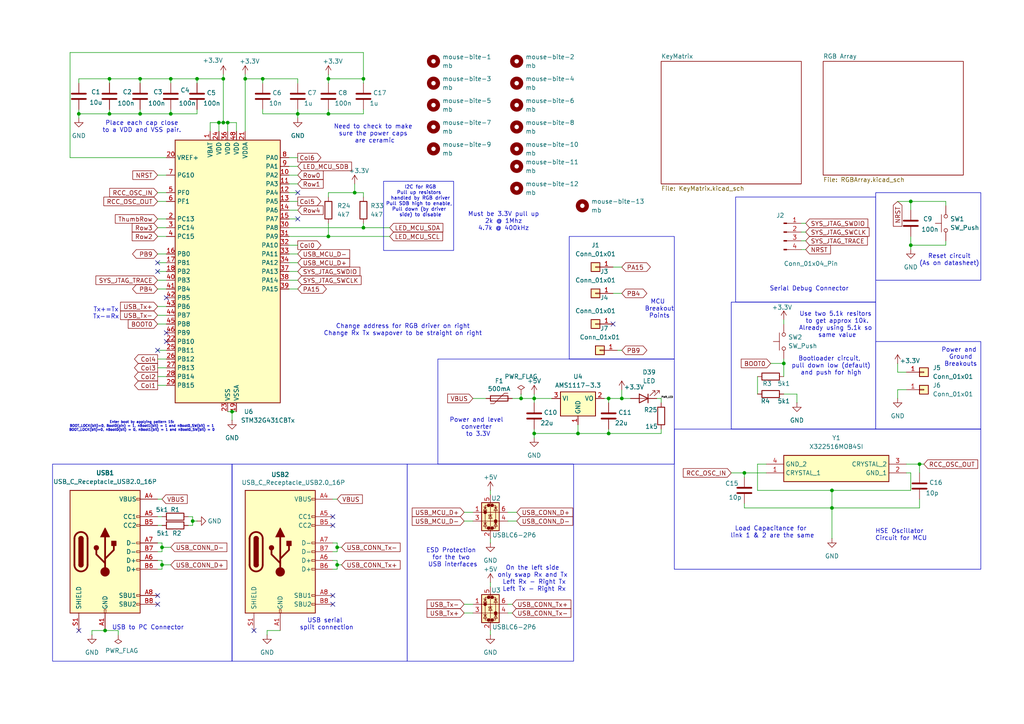
<source format=kicad_sch>
(kicad_sch (version 20250114) (generator "eeschema") (generator_version "9.0")
  (paper "A4")
  (title_block (title "TheFalcon[Left["))
  (rectangle (start 195.58 124.46) (end 284.48 165.1))
  (rectangle (start 213.36 57.15) (end 254 87.63))
  (rectangle (start 165.1 68.58) (end 195.58 104.14))
  (rectangle (start 127 104.14) (end 195.58 134.62))
  (rectangle (start 15.24 134.62) (end 67.31 191.77))
  (rectangle (start 254 99.06) (end 284.48 124.46))
  (rectangle (start 111.252 52.578) (end 131.572 72.644))
  (rectangle (start 67.31 134.62) (end 118.11 191.77))
  (rectangle (start 118.11 134.62) (end 166.37 191.77))
  (rectangle (start 212.09 87.63) (end 254 124.46))
  (rectangle (start 254 55.88) (end 284.48 81.28))
  (text "HSE Oscillator \nCircuit for MCU" (at 261.366 155.194 0) (effects (font (size 1.27 1.27))))
  (text "USB to PC Connector\n" (at 42.926 182.118 0) (effects (font (size 1.27 1.27))))
  (text "Use two 5.1k resitors \nto get approx 10k.\nAlready using 5.1k so \nsame value\n" (at 242.824 94.234 0) (effects (font (size 1.27 1.27))))
  (text "Reset circuit\n(As on datasheet)\n" (at 275.336 75.438 0) (effects (font (size 1.27 1.27))))
  (text "MCU \nBreakout\nPoints" (at 191.262 89.662 0) (effects (font (size 1.27 1.27))))
  (text "Power and level \nconverter \nto 3.3V" (at 138.684 123.952 0) (effects (font (size 1.27 1.27))))
  (text "ESD Protection \nfor the two \nUSB interfaces" (at 131.318 161.798 0) (effects (font (size 1.27 1.27))))
  (text "USB serial \nsplit connection" (at 94.742 181.102 0) (effects (font (size 1.27 1.27))))
  (text "Power and \nGround\nBreakouts\n" (at 278.638 103.632 0) (effects (font (size 1.27 1.27))))
  (text "Must be 3.3V pull up\n2k @ 1Mhz\n4.7k @ 400kHz\n" (at 146.05 64.262 0) (effects (font (size 1.27 1.27))))
  (text "Change address for RGB driver on right\nChange Rx Tx swapover to be straight on right" (at 116.84 95.758 0) (effects (font (size 1.27 1.27))))
  (text "On the left side \nonly swap Rx and Tx \nLeft Rx - Right Tx\nLeft Tx - Right Rx" (at 154.94 167.894 0) (effects (font (size 1.27 1.27))))
  (text "Enter boot by applying pattern 15:\nBOOT_LOCK(bit)=0, Boot0(pin) = 1, nBoot1(bit) = 1 and nBoot0_SW(bit) = 1\nBOOT_LOCK(bit)=0, nBoot0(bit) = 0, nBoot1(bit) = 1 and nBoot0_SW(bit) = 0" (at 41.148 123.698 0) (effects (font (size 0.7 0.7))))
  (text "Bootloader circuit, \npull down low (default)\nand push for high" (at 241.046 106.172 0) (effects (font (size 1.27 1.27))))
  (text "I2C for RGB\nPull up resistors \nhandled by RGB driver\nPull SDB high to enable, \nPull down (by driver \nside) to disable" (at 121.92 58.42 0) (effects (font (size 1 1))))
  (text "Need to check to make \nsure the power caps \nare ceramic" (at 108.712 38.862 0) (effects (font (size 1.27 1.27))))
  (text "Load Capacitance for \nlink 1 & 2 are the same" (at 224.028 154.432 0) (effects (font (size 1.27 1.27))))
  (text "Serial Debug Connector\n" (at 234.696 83.82 0) (effects (font (size 1.27 1.27))))
  (text "Place each cap close\nto a VDD and VSS pair." (at 41.148 36.83 0) (effects (font (size 1.27 1.27))))
  (text "Tx+=Tx\nTx-=Rx" (at 30.734 90.932 0) (effects (font (size 1.27 1.27))))
  (junction (at 154.94 125.73))
  (junction (at 215.9 137.16))
  (junction (at 167.64 125.73))
  (junction (at 55.88 151.13))
  (junction (at 63.5 35.56))
  (junction (at 102.87 55.88))
  (junction (at 86.36 33.02))
  (junction (at 40.64 33.02))
  (junction (at 46.99 163.83))
  (junction (at 266.7 134.62))
  (junction (at 76.2 22.86))
  (junction (at 176.53 115.57))
  (junction (at 227.33 105.41))
  (junction (at 105.41 66.04))
  (junction (at 95.25 68.58))
  (junction (at 31.75 33.02))
  (junction (at 22.86 33.02))
  (junction (at 241.3 147.32))
  (junction (at 95.25 33.02))
  (junction (at 49.53 22.86))
  (junction (at 176.53 125.73))
  (junction (at 46.99 158.75))
  (junction (at 67.31 119.38))
  (junction (at 95.25 22.86))
  (junction (at 264.16 71.12))
  (junction (at 97.79 163.83))
  (junction (at 180.34 115.57))
  (junction (at 40.64 22.86))
  (junction (at 264.16 58.42))
  (junction (at 31.75 22.86))
  (junction (at 57.15 22.86))
  (junction (at 64.77 22.86))
  (junction (at 66.04 35.56))
  (junction (at 151.13 115.57))
  (junction (at 97.79 158.75))
  (junction (at 64.77 35.56))
  (junction (at 30.48 182.88))
  (junction (at 154.94 115.57))
  (junction (at 49.53 33.02))
  (junction (at 241.3 142.24))
  (junction (at 105.41 22.86))
  (junction (at 71.12 22.86))
  (no_connect (at 48.26 96.52))
  (no_connect (at 48.26 99.06))
  (no_connect (at 45.72 172.72))
  (no_connect (at 73.66 182.88))
  (no_connect (at 96.52 152.4))
  (no_connect (at 45.72 76.2))
  (no_connect (at 22.86 182.88))
  (no_connect (at 48.26 86.36))
  (no_connect (at 45.72 175.26))
  (no_connect (at 45.72 101.6))
  (no_connect (at 96.52 175.26))
  (no_connect (at 96.52 149.86))
  (no_connect (at 86.36 55.88))
  (no_connect (at 96.52 172.72))
  (no_connect (at 177.8 93.98))
  (no_connect (at 86.36 63.5))
  (no_connect (at 45.72 78.74))
  (wire (pts (xy 274.32 69.85) (xy 274.32 71.12)))
  (wire (pts (xy 97.79 157.48) (xy 97.79 158.75)))
  (wire (pts (xy 45.72 91.44) (xy 48.26 91.44)))
  (wire (pts (xy 176.53 115.57) (xy 180.34 115.57)))
  (wire (pts (xy 64.77 22.86) (xy 64.77 35.56)))
  (wire (pts (xy 49.53 33.02) (xy 40.64 33.02)))
  (wire (pts (xy 46.99 162.56) (xy 46.99 163.83)))
  (wire (pts (xy 154.94 124.46) (xy 154.94 125.73)))
  (wire (pts (xy 266.7 134.62) (xy 267.97 134.62)))
  (wire (pts (xy 102.87 55.88) (xy 105.41 55.88)))
  (wire (pts (xy 134.62 175.26) (xy 137.16 175.26)))
  (wire (pts (xy 45.72 152.4) (xy 46.99 152.4)))
  (wire (pts (xy 96.52 144.78) (xy 97.79 144.78)))
  (wire (pts (xy 151.13 114.3) (xy 151.13 115.57)))
  (wire (pts (xy 260.35 107.95) (xy 260.35 105.41)))
  (wire (pts (xy 86.36 50.8) (xy 83.82 50.8)))
  (wire (pts (xy 40.64 31.75) (xy 40.64 33.02)))
  (wire (pts (xy 86.36 31.75) (xy 86.36 33.02)))
  (wire (pts (xy 231.14 114.3) (xy 231.14 116.84)))
  (wire (pts (xy 149.86 148.59) (xy 147.32 148.59)))
  (wire (pts (xy 148.59 177.8) (xy 147.32 177.8)))
  (wire (pts (xy 45.72 58.42) (xy 48.26 58.42)))
  (wire (pts (xy 46.99 157.48) (xy 46.99 158.75)))
  (wire (pts (xy 191.77 125.73) (xy 176.53 125.73)))
  (wire (pts (xy 266.7 134.62) (xy 266.7 137.16)))
  (wire (pts (xy 95.25 21.59) (xy 95.25 22.86)))
  (wire (pts (xy 76.2 22.86) (xy 76.2 24.13)))
  (wire (pts (xy 45.72 55.88) (xy 48.26 55.88)))
  (wire (pts (xy 83.82 68.58) (xy 95.25 68.58)))
  (wire (pts (xy 86.36 76.2) (xy 83.82 76.2)))
  (wire (pts (xy 67.31 119.38) (xy 67.31 121.92)))
  (wire (pts (xy 86.36 48.26) (xy 83.82 48.26)))
  (wire (pts (xy 45.72 111.76) (xy 48.26 111.76)))
  (wire (pts (xy 57.15 31.75) (xy 57.15 33.02)))
  (wire (pts (xy 66.04 35.56) (xy 64.77 35.56)))
  (wire (pts (xy 102.87 53.34) (xy 102.87 55.88)))
  (wire (pts (xy 26.67 182.88) (xy 30.48 182.88)))
  (wire (pts (xy 86.36 53.34) (xy 83.82 53.34)))
  (wire (pts (xy 64.77 35.56) (xy 63.5 35.56)))
  (wire (pts (xy 86.36 45.72) (xy 83.82 45.72)))
  (wire (pts (xy 60.96 35.56) (xy 60.96 38.1)))
  (wire (pts (xy 97.79 163.83) (xy 97.79 165.1)))
  (wire (pts (xy 142.24 142.24) (xy 142.24 143.51)))
  (wire (pts (xy 264.16 71.12) (xy 274.32 71.12)))
  (wire (pts (xy 86.36 33.02) (xy 95.25 33.02)))
  (wire (pts (xy 45.72 78.74) (xy 48.26 78.74)))
  (wire (pts (xy 45.72 104.14) (xy 48.26 104.14)))
  (wire (pts (xy 142.24 168.91) (xy 142.24 170.18)))
  (wire (pts (xy 20.32 45.72) (xy 20.32 15.24)))
  (wire (pts (xy 190.5 115.57) (xy 191.77 115.57)))
  (wire (pts (xy 34.29 184.15) (xy 34.29 182.88)))
  (wire (pts (xy 167.64 125.73) (xy 176.53 125.73)))
  (wire (pts (xy 45.72 93.98) (xy 48.26 93.98)))
  (wire (pts (xy 66.04 119.38) (xy 67.31 119.38)))
  (wire (pts (xy 219.71 134.62) (xy 219.71 142.24)))
  (wire (pts (xy 45.72 106.68) (xy 48.26 106.68)))
  (wire (pts (xy 45.72 81.28) (xy 48.26 81.28)))
  (wire (pts (xy 86.36 58.42) (xy 83.82 58.42)))
  (wire (pts (xy 96.52 157.48) (xy 97.79 157.48)))
  (wire (pts (xy 233.68 64.77) (xy 232.41 64.77)))
  (wire (pts (xy 31.75 22.86) (xy 40.64 22.86)))
  (wire (pts (xy 266.7 147.32) (xy 241.3 147.32)))
  (wire (pts (xy 95.25 55.88) (xy 102.87 55.88)))
  (wire (pts (xy 20.32 45.72) (xy 48.26 45.72)))
  (wire (pts (xy 31.75 31.75) (xy 31.75 33.02)))
  (wire (pts (xy 274.32 58.42) (xy 274.32 59.69)))
  (wire (pts (xy 96.52 165.1) (xy 97.79 165.1)))
  (wire (pts (xy 71.12 22.86) (xy 71.12 38.1)))
  (wire (pts (xy 54.61 152.4) (xy 55.88 152.4)))
  (wire (pts (xy 77.47 182.88) (xy 77.47 184.15)))
  (wire (pts (xy 46.99 144.78) (xy 45.72 144.78)))
  (wire (pts (xy 148.59 175.26) (xy 147.32 175.26)))
  (wire (pts (xy 45.72 101.6) (xy 48.26 101.6)))
  (wire (pts (xy 180.34 113.03) (xy 180.34 115.57)))
  (wire (pts (xy 177.8 77.47) (xy 180.34 77.47)))
  (wire (pts (xy 46.99 163.83) (xy 49.53 163.83)))
  (wire (pts (xy 264.16 58.42) (xy 274.32 58.42)))
  (wire (pts (xy 55.88 151.13) (xy 57.15 151.13)))
  (wire (pts (xy 227.33 114.3) (xy 231.14 114.3)))
  (wire (pts (xy 227.33 92.71) (xy 227.33 93.98)))
  (wire (pts (xy 105.41 64.77) (xy 105.41 66.04)))
  (wire (pts (xy 134.62 148.59) (xy 137.16 148.59)))
  (wire (pts (xy 219.71 109.22) (xy 219.71 114.3)))
  (wire (pts (xy 45.72 63.5) (xy 48.26 63.5)))
  (wire (pts (xy 22.86 22.86) (xy 22.86 24.13)))
  (wire (pts (xy 45.72 66.04) (xy 48.26 66.04)))
  (wire (pts (xy 76.2 31.75) (xy 76.2 33.02)))
  (wire (pts (xy 55.88 149.86) (xy 55.88 151.13)))
  (wire (pts (xy 179.07 101.6) (xy 180.34 101.6)))
  (wire (pts (xy 55.88 152.4) (xy 55.88 151.13)))
  (wire (pts (xy 45.72 50.8) (xy 48.26 50.8)))
  (wire (pts (xy 22.86 31.75) (xy 22.86 33.02)))
  (wire (pts (xy 151.13 115.57) (xy 154.94 115.57)))
  (wire (pts (xy 45.72 83.82) (xy 48.26 83.82)))
  (wire (pts (xy 40.64 22.86) (xy 49.53 22.86)))
  (wire (pts (xy 154.94 115.57) (xy 154.94 116.84)))
  (wire (pts (xy 227.33 105.41) (xy 227.33 109.22)))
  (wire (pts (xy 86.36 33.02) (xy 86.36 34.29)))
  (wire (pts (xy 222.25 134.62) (xy 219.71 134.62)))
  (wire (pts (xy 177.8 85.09) (xy 180.34 85.09)))
  (wire (pts (xy 105.41 15.24) (xy 105.41 22.86)))
  (wire (pts (xy 76.2 22.86) (xy 86.36 22.86)))
  (wire (pts (xy 215.9 137.16) (xy 215.9 138.43)))
  (wire (pts (xy 105.41 55.88) (xy 105.41 57.15)))
  (wire (pts (xy 260.35 58.42) (xy 264.16 58.42)))
  (wire (pts (xy 95.25 22.86) (xy 105.41 22.86)))
  (wire (pts (xy 137.16 115.57) (xy 140.97 115.57)))
  (wire (pts (xy 260.35 113.03) (xy 260.35 115.57)))
  (wire (pts (xy 96.52 162.56) (xy 97.79 162.56)))
  (wire (pts (xy 180.34 115.57) (xy 182.88 115.57)))
  (wire (pts (xy 191.77 124.46) (xy 191.77 125.73)))
  (wire (pts (xy 77.47 182.88) (xy 81.28 182.88)))
  (wire (pts (xy 262.89 137.16) (xy 264.16 137.16)))
  (wire (pts (xy 97.79 162.56) (xy 97.79 163.83)))
  (wire (pts (xy 22.86 33.02) (xy 22.86 34.29)))
  (wire (pts (xy 71.12 21.59) (xy 71.12 22.86)))
  (wire (pts (xy 95.25 57.15) (xy 95.25 55.88)))
  (wire (pts (xy 154.94 114.3) (xy 154.94 115.57)))
  (wire (pts (xy 45.72 109.22) (xy 48.26 109.22)))
  (wire (pts (xy 49.53 31.75) (xy 49.53 33.02)))
  (wire (pts (xy 83.82 66.04) (xy 105.41 66.04)))
  (wire (pts (xy 46.99 163.83) (xy 46.99 165.1)))
  (wire (pts (xy 175.26 115.57) (xy 176.53 115.57)))
  (wire (pts (xy 142.24 156.21) (xy 142.24 157.48)))
  (wire (pts (xy 97.79 160.02) (xy 96.52 160.02)))
  (wire (pts (xy 71.12 22.86) (xy 76.2 22.86)))
  (wire (pts (xy 154.94 125.73) (xy 167.64 125.73)))
  (wire (pts (xy 154.94 125.73) (xy 154.94 127)))
  (wire (pts (xy 95.25 64.77) (xy 95.25 68.58)))
  (wire (pts (xy 49.53 22.86) (xy 49.53 24.13)))
  (wire (pts (xy 176.53 115.57) (xy 176.53 116.84)))
  (wire (pts (xy 20.32 15.24) (xy 105.41 15.24)))
  (wire (pts (xy 105.41 22.86) (xy 105.41 24.13)))
  (wire (pts (xy 262.89 134.62) (xy 266.7 134.62)))
  (wire (pts (xy 105.41 33.02) (xy 105.41 31.75)))
  (wire (pts (xy 67.31 119.38) (xy 68.58 119.38)))
  (wire (pts (xy 86.36 22.86) (xy 86.36 24.13)))
  (wire (pts (xy 227.33 104.14) (xy 227.33 105.41)))
  (wire (pts (xy 233.68 67.31) (xy 232.41 67.31)))
  (wire (pts (xy 86.36 83.82) (xy 83.82 83.82)))
  (wire (pts (xy 97.79 158.75) (xy 97.79 160.02)))
  (wire (pts (xy 86.36 71.12) (xy 83.82 71.12)))
  (wire (pts (xy 222.25 137.16) (xy 215.9 137.16)))
  (wire (pts (xy 241.3 147.32) (xy 241.3 156.21)))
  (wire (pts (xy 57.15 22.86) (xy 57.15 24.13)))
  (wire (pts (xy 95.25 33.02) (xy 105.41 33.02)))
  (wire (pts (xy 167.64 125.73) (xy 167.64 123.19)))
  (wire (pts (xy 95.25 22.86) (xy 95.25 24.13)))
  (wire (pts (xy 45.72 68.58) (xy 48.26 68.58)))
  (wire (pts (xy 219.71 142.24) (xy 241.3 142.24)))
  (wire (pts (xy 46.99 158.75) (xy 49.53 158.75)))
  (wire (pts (xy 154.94 115.57) (xy 160.02 115.57)))
  (wire (pts (xy 34.29 182.88) (xy 30.48 182.88)))
  (wire (pts (xy 215.9 147.32) (xy 241.3 147.32)))
  (wire (pts (xy 45.72 165.1) (xy 46.99 165.1)))
  (wire (pts (xy 215.9 146.05) (xy 215.9 147.32)))
  (wire (pts (xy 233.68 69.85) (xy 232.41 69.85)))
  (wire (pts (xy 97.79 158.75) (xy 99.06 158.75)))
  (wire (pts (xy 134.62 151.13) (xy 137.16 151.13)))
  (wire (pts (xy 86.36 60.96) (xy 83.82 60.96)))
  (wire (pts (xy 64.77 21.59) (xy 64.77 22.86)))
  (wire (pts (xy 31.75 22.86) (xy 31.75 24.13)))
  (wire (pts (xy 68.58 35.56) (xy 66.04 35.56)))
  (wire (pts (xy 45.72 88.9) (xy 48.26 88.9)))
  (wire (pts (xy 26.67 182.88) (xy 26.67 184.15)))
  (wire (pts (xy 45.72 157.48) (xy 46.99 157.48)))
  (wire (pts (xy 68.58 38.1) (xy 68.58 35.56)))
  (wire (pts (xy 40.64 22.86) (xy 40.64 24.13)))
  (wire (pts (xy 57.15 22.86) (xy 64.77 22.86)))
  (wire (pts (xy 264.16 58.42) (xy 264.16 60.96)))
  (wire (pts (xy 191.77 115.57) (xy 191.77 116.84)))
  (wire (pts (xy 63.5 35.56) (xy 60.96 35.56)))
  (wire (pts (xy 45.72 149.86) (xy 46.99 149.86)))
  (wire (pts (xy 86.36 78.74) (xy 83.82 78.74)))
  (wire (pts (xy 264.16 68.58) (xy 264.16 71.12)))
  (wire (pts (xy 86.36 55.88) (xy 83.82 55.88)))
  (wire (pts (xy 31.75 33.02) (xy 40.64 33.02)))
  (wire (pts (xy 63.5 35.56) (xy 63.5 38.1)))
  (wire (pts (xy 54.61 149.86) (xy 55.88 149.86)))
  (wire (pts (xy 46.99 160.02) (xy 45.72 160.02)))
  (wire (pts (xy 241.3 142.24) (xy 241.3 147.32)))
  (wire (pts (xy 76.2 33.02) (xy 86.36 33.02)))
  (wire (pts (xy 223.52 105.41) (xy 227.33 105.41)))
  (wire (pts (xy 45.72 73.66) (xy 48.26 73.66)))
  (wire (pts (xy 241.3 142.24) (xy 264.16 142.24)))
  (wire (pts (xy 95.25 33.02) (xy 95.25 31.75)))
  (wire (pts (xy 45.72 162.56) (xy 46.99 162.56)))
  (wire (pts (xy 264.16 137.16) (xy 264.16 142.24)))
  (wire (pts (xy 57.15 33.02) (xy 49.53 33.02)))
  (wire (pts (xy 86.36 73.66) (xy 83.82 73.66)))
  (wire (pts (xy 262.89 113.03) (xy 260.35 113.03)))
  (wire (pts (xy 86.36 63.5) (xy 83.82 63.5)))
  (wire (pts (xy 149.86 151.13) (xy 147.32 151.13)))
  (wire (pts (xy 134.62 177.8) (xy 137.16 177.8)))
  (wire (pts (xy 105.41 66.04) (xy 113.03 66.04)))
  (wire (pts (xy 262.89 107.95) (xy 260.35 107.95)))
  (wire (pts (xy 86.36 81.28) (xy 83.82 81.28)))
  (wire (pts (xy 95.25 68.58) (xy 113.03 68.58)))
  (wire (pts (xy 264.16 72.39) (xy 264.16 71.12)))
  (wire (pts (xy 97.79 163.83) (xy 99.06 163.83)))
  (wire (pts (xy 142.24 182.88) (xy 142.24 184.15)))
  (wire (pts (xy 233.68 72.39) (xy 232.41 72.39)))
  (wire (pts (xy 46.99 158.75) (xy 46.99 160.02)))
  (wire (pts (xy 22.86 22.86) (xy 31.75 22.86)))
  (wire (pts (xy 176.53 124.46) (xy 176.53 125.73)))
  (wire (pts (xy 66.04 35.56) (xy 66.04 38.1)))
  (wire (pts (xy 22.86 33.02) (xy 31.75 33.02)))
  (wire (pts (xy 266.7 147.32) (xy 266.7 144.78)))
  (wire (pts (xy 45.72 76.2) (xy 48.26 76.2)))
  (wire (pts (xy 49.53 22.86) (xy 57.15 22.86)))
  (wire (pts (xy 148.59 115.57) (xy 151.13 115.57)))
  (wire (pts (xy 212.09 137.16) (xy 215.9 137.16)))
  (label "PWR_LED" (at 191.77 115.57 0) (effects (font (size 0.5 0.5))))
  (global_label "SYS_JTAG_SWCLK" (shape input) (at 86.36 81.28 0) (property "Intersheetrefs" "${INTERSHEET_REFS}" (effects (hide yes))))
  (global_label "USB_CONN_Tx+" (shape input) (at 148.59 175.26 0) (property "Intersheetrefs" "${INTERSHEET_REFS}" (effects (hide yes))))
  (global_label "USB_MCU_D-" (shape input) (at 86.36 73.66 0) (property "Intersheetrefs" "${INTERSHEET_REFS}" (effects (hide yes))))
  (global_label "RCC_OSC_IN" (shape input) (at 212.09 137.16 180) (property "Intersheetrefs" "${INTERSHEET_REFS}" (effects (hide yes))))
  (global_label "USB_MCU_D+" (shape input) (at 134.62 148.59 180) (property "Intersheetrefs" "${INTERSHEET_REFS}" (effects (hide yes))))
  (global_label "Col1" (shape output) (at 45.72 111.76 180) (property "Intersheetrefs" "${INTERSHEET_REFS}" (effects (hide yes))))
  (global_label "PA15" (shape bidirectional) (at 86.36 83.82 0) (property "Intersheetrefs" "${INTERSHEET_REFS}" (effects (hide yes))))
  (global_label "PB9" (shape bidirectional) (at 45.72 73.66 180) (property "Intersheetrefs" "${INTERSHEET_REFS}" (effects (hide yes))))
  (global_label "PA15" (shape bidirectional) (at 180.34 77.47 0) (property "Intersheetrefs" "${INTERSHEET_REFS}" (effects (hide yes))))
  (global_label "VBUS" (shape input) (at 97.79 144.78 0) (property "Intersheetrefs" "${INTERSHEET_REFS}" (effects (hide yes))))
  (global_label "PB4" (shape bidirectional) (at 180.34 85.09 0) (property "Intersheetrefs" "${INTERSHEET_REFS}" (effects (hide yes))))
  (global_label "SYS_JTAG_TRACE" (shape input) (at 233.68 69.85 0) (property "Intersheetrefs" "${INTERSHEET_REFS}" (effects (hide yes))))
  (global_label "USB_CONN_Tx-" (shape input) (at 148.59 177.8 0) (property "Intersheetrefs" "${INTERSHEET_REFS}" (effects (hide yes))))
  (global_label "SYS_JTAG_SWCLK" (shape input) (at 233.68 67.31 0) (property "Intersheetrefs" "${INTERSHEET_REFS}" (effects (hide yes))))
  (global_label "Col0" (shape output) (at 86.36 71.12 0) (property "Intersheetrefs" "${INTERSHEET_REFS}" (effects (hide yes))))
  (global_label "VBUS" (shape input) (at 137.16 115.57 180) (property "Intersheetrefs" "${INTERSHEET_REFS}" (effects (hide yes))))
  (global_label "PB9" (shape bidirectional) (at 180.34 101.6 0) (property "Intersheetrefs" "${INTERSHEET_REFS}" (effects (hide yes))))
  (global_label "LED_MCU_SCL" (shape input) (at 113.03 68.58 0) (property "Intersheetrefs" "${INTERSHEET_REFS}" (effects (hide yes))))
  (global_label "Row2" (shape input) (at 45.72 68.58 180) (property "Intersheetrefs" "${INTERSHEET_REFS}" (effects (hide yes))))
  (global_label "LED_MCU_SDB" (shape input) (at 86.36 48.26 0) (property "Intersheetrefs" "${INTERSHEET_REFS}" (effects (hide yes))))
  (global_label "USB_MCU_D+" (shape input) (at 86.36 76.2 0) (property "Intersheetrefs" "${INTERSHEET_REFS}" (effects (hide yes))))
  (global_label "USB_Tx-" (shape input) (at 45.72 91.44 180) (property "Intersheetrefs" "${INTERSHEET_REFS}" (effects (hide yes))))
  (global_label "LED_MCU_SDA" (shape input) (at 113.03 66.04 0) (property "Intersheetrefs" "${INTERSHEET_REFS}" (effects (hide yes))))
  (global_label "USB_CONN_D+" (shape input) (at 49.53 163.83 0) (property "Intersheetrefs" "${INTERSHEET_REFS}" (effects (hide yes))))
  (global_label "Col2" (shape output) (at 45.72 109.22 180) (property "Intersheetrefs" "${INTERSHEET_REFS}" (effects (hide yes))))
  (global_label "SYS_JTAG_TRACE" (shape input) (at 45.72 81.28 180) (property "Intersheetrefs" "${INTERSHEET_REFS}" (effects (hide yes))))
  (global_label "NRST" (shape input) (at 233.68 72.39 0) (property "Intersheetrefs" "${INTERSHEET_REFS}" (effects (hide yes))))
  (global_label "USB_CONN_D+" (shape input) (at 149.86 148.59 0) (property "Intersheetrefs" "${INTERSHEET_REFS}" (effects (hide yes))))
  (global_label "BOOT0" (shape input) (at 223.52 105.41 180) (property "Intersheetrefs" "${INTERSHEET_REFS}" (effects (hide yes))))
  (global_label "Col5" (shape output) (at 86.36 58.42 0) (property "Intersheetrefs" "${INTERSHEET_REFS}" (effects (hide yes))))
  (global_label "Row0" (shape input) (at 86.36 50.8 0) (property "Intersheetrefs" "${INTERSHEET_REFS}" (effects (hide yes))))
  (global_label "Col3" (shape output) (at 45.72 106.68 180) (property "Intersheetrefs" "${INTERSHEET_REFS}" (effects (hide yes))))
  (global_label "USB_Tx+" (shape input) (at 45.72 88.9 180) (property "Intersheetrefs" "${INTERSHEET_REFS}" (effects (hide yes))))
  (global_label "Col6" (shape output) (at 86.36 45.72 0) (property "Intersheetrefs" "${INTERSHEET_REFS}" (effects (hide yes))))
  (global_label "USB_CONN_Tx+" (shape input) (at 99.06 163.83 0) (property "Intersheetrefs" "${INTERSHEET_REFS}" (effects (hide yes))))
  (global_label "SYS_JTAG_SWDIO" (shape input) (at 86.36 78.74 0) (property "Intersheetrefs" "${INTERSHEET_REFS}" (effects (hide yes))))
  (global_label "Row3" (shape input) (at 45.72 66.04 180) (property "Intersheetrefs" "${INTERSHEET_REFS}" (effects (hide yes))))
  (global_label "USB_Tx-" (shape input) (at 134.62 175.26 180) (property "Intersheetrefs" "${INTERSHEET_REFS}" (effects (hide yes))))
  (global_label "PB4" (shape bidirectional) (at 45.72 83.82 180) (property "Intersheetrefs" "${INTERSHEET_REFS}" (effects (hide yes))))
  (global_label "RCC_OSC_OUT" (shape input) (at 267.97 134.62 0) (property "Intersheetrefs" "${INTERSHEET_REFS}" (effects (hide yes))))
  (global_label "Row4" (shape input) (at 86.36 60.96 0) (property "Intersheetrefs" "${INTERSHEET_REFS}" (effects (hide yes))))
  (global_label "Row1" (shape input) (at 86.36 53.34 0) (property "Intersheetrefs" "${INTERSHEET_REFS}" (effects (hide yes))))
  (global_label "ThumbRow" (shape input) (at 45.72 63.5 180) (property "Intersheetrefs" "${INTERSHEET_REFS}" (effects (hide yes))))
  (global_label "USB_CONN_D-" (shape input) (at 149.86 151.13 0) (property "Intersheetrefs" "${INTERSHEET_REFS}" (effects (hide yes))))
  (global_label "VBUS" (shape input) (at 46.99 144.78 0) (property "Intersheetrefs" "${INTERSHEET_REFS}" (effects (hide yes))))
  (global_label "USB_MCU_D-" (shape input) (at 134.62 151.13 180) (property "Intersheetrefs" "${INTERSHEET_REFS}" (effects (hide yes))))
  (global_label "BOOT0" (shape input) (at 45.72 93.98 180) (property "Intersheetrefs" "${INTERSHEET_REFS}" (effects (hide yes))))
  (global_label "RCC_OSC_IN" (shape input) (at 45.72 55.88 180) (property "Intersheetrefs" "${INTERSHEET_REFS}" (effects (hide yes))))
  (global_label "NRST" (shape input) (at 260.35 58.42 270) (property "Intersheetrefs" "${INTERSHEET_REFS}" (effects (hide yes))))
  (global_label "Col4" (shape output) (at 45.72 104.14 180) (property "Intersheetrefs" "${INTERSHEET_REFS}" (effects (hide yes))))
  (global_label "USB_CONN_Tx-" (shape input) (at 99.06 158.75 0) (property "Intersheetrefs" "${INTERSHEET_REFS}" (effects (hide yes))))
  (global_label "SYS_JTAG_SWDIO" (shape input) (at 233.68 64.77 0) (property "Intersheetrefs" "${INTERSHEET_REFS}" (effects (hide yes))))
  (global_label "RCC_OSC_OUT" (shape input) (at 45.72 58.42 180) (property "Intersheetrefs" "${INTERSHEET_REFS}" (effects (hide yes))))
  (global_label "NRST" (shape input) (at 45.72 50.8 180) (property "Intersheetrefs" "${INTERSHEET_REFS}" (effects (hide yes))))
  (global_label "USB_CONN_D-" (shape input) (at 49.53 158.75 0) (property "Intersheetrefs" "${INTERSHEET_REFS}" (effects (hide yes))))
  (global_label "USB_Tx+" (shape input) (at 134.62 177.8 180) (property "Intersheetrefs" "${INTERSHEET_REFS}" (effects (hide yes))))
  (symbol (lib_id "power:PWR_FLAG") (at 151.13 114.3 0) (unit 1)
    (property "Reference" "#FLG01" (effects (hide yes)))
    (property "Value" "PWR_FLAG" (at 151.13 109.22 0))
    (property "Description" "Special symbol for telling ERC where power comes from" (effects (hide yes)))
  )
  (symbol (lib_id "Mechanical:MountingHole") (at 149.86 54.61 0) (unit 1) (in_bom no)
    (property "Reference" "mouse-bite-12" (at 152.4 53.3399 0) (effects (justify left)))
    (property "Value" "mb" (at 152.4 55.8799 0) (effects (justify left)))
    (property "Footprint" "Panelization.pretty-master:mouse-bite-5mm-slo-nosilk" (effects (hide yes)))
    (property "Description" "Mounting Hole without connection" (effects (hide yes)))
  )
  (symbol (lib_id "Mechanical:MountingHole") (at 125.73 43.18 0) (unit 1) (in_bom no)
    (property "Reference" "mouse-bite-9" (at 128.27 41.9099 0) (effects (justify left)))
    (property "Value" "mb" (at 128.27 44.4499 0) (effects (justify left)))
    (property "Footprint" "Panelization.pretty-master:mouse-bite-5mm-slo-nosilk" (effects (hide yes)))
    (property "Description" "Mounting Hole without connection" (effects (hide yes)))
  )
  (symbol (lib_id "Connector_Generic:Conn_01x01") (at 267.97 113.03 0) (unit 1)
    (property "Reference" "J6" (at 270.51 111.7599 0) (effects (justify left)))
    (property "Value" "Conn_01x01" (at 270.51 114.2999 0) (effects (justify left)))
    (property "Footprint" "Connector_Wire:SolderWire-0.1sqmm_1x01_D0.4mm_OD1mm" (effects (hide yes)))
    (property "Description" "Generic connector, single row, 01x01, script generated (kicad-library-utils/schlib/autogen/connector/)" (effects (hide yes)))
  )
  (symbol (lib_id "power:GND") (at 77.47 184.15 0) (unit 1)
    (property "Reference" "#PWR0101" (effects (hide yes)))
    (property "Value" "GND" (at 77.47 189.23 0))
    (property "Description" "Power symbol creates a global label with name \"GND\" , ground" (effects (hide yes)))
  )
  (symbol (lib_id "Mechanical:MountingHole") (at 149.86 30.48 0) (unit 1) (in_bom no)
    (property "Reference" "mouse-bite-6" (at 152.4 29.2099 0) (effects (justify left)))
    (property "Value" "mb" (at 152.4 31.7499 0) (effects (justify left)))
    (property "Footprint" "Panelization.pretty-master:mouse-bite-5mm-slo-nosilk" (effects (hide yes)))
    (property "Description" "Mounting Hole without connection" (effects (hide yes)))
  )
  (symbol (lib_id "power:GND") (at 260.35 115.57 0) (unit 1)
    (property "Reference" "#PWR02" (effects (hide yes)))
    (property "Value" "GND" (at 260.35 120.65 0))
    (property "Description" "Power symbol creates a global label with name \"GND\" , ground" (effects (hide yes)))
  )
  (symbol (lib_id "MCU_ST_STM32G4:STM32G431CBTx") (at 66.04 78.74 0) (unit 1)
    (property "Reference" "U6" (at 70.7233 119.38 0) (effects (justify left)))
    (property "Value" "STM32G431CBTx" (at 69.85 121.92 0) (effects (justify left)))
    (property "Footprint" "Package_QFP:LQFP-48_7x7mm_P0.5mm" (effects (hide yes)))
    (property "Datasheet" "https://www.st.com/resource/en/datasheet/stm32g431cb.pdf" (effects (hide yes)))
    (property "Description" "STMicroelectronics Arm Cortex-M4 MCU, 128KB flash, 32KB RAM, 170 MHz, 1.71-3.6V, 38 GPIO, LQFP48" (effects (hide yes)))
    (property "LCSC Part Number" "C529355" (effects (hide yes)))
  )
  (symbol (lib_id "power:+5V") (at 142.24 142.24 0) (unit 1)
    (property "Reference" "#PWR017" (effects (hide yes)))
    (property "Value" "+5V" (at 142.24 138.43 0))
    (property "Description" "Power symbol creates a global label with name \"+5V\"" (effects (hide yes)))
  )
  (symbol (lib_id "Connector:Conn_01x04_Pin") (at 227.33 67.31 0) (unit 1)
    (property "Reference" "J2" (at 226.314 62.484 0))
    (property "Value" "Conn_01x04_Pin" (at 235.204 76.454 0))
    (property "Footprint" "Connector_Wire:SolderWire-1sqmm_1x04_P5.4mm_D1.4mm_OD2.7mm" (effects (hide yes)))
    (property "Description" "Generic connector, single row, 01x04, script generated" (effects (hide yes)))
  )
  (symbol (lib_id "Device:C") (at 215.9 142.24 0) (unit 1)
    (property "Reference" "C15" (at 210.312 140.208 0) (effects (justify left)))
    (property "Value" "10p" (at 211.328 144.272 0) (effects (justify left)))
    (property "Footprint" "Capacitor_SMD:C_0402_1005Metric" (effects (hide yes)))
    (property "Description" "Unpolarized capacitor" (effects (hide yes)))
    (property "LCSC Part Number" "C1545" (effects (hide yes)))
  )
  (symbol (lib_id "Power_Protection:USBLC6-2P6") (at 142.24 148.59 0) (unit 1)
    (property "Reference" "U2" (at 142.494 144.526 0) (effects (justify left)))
    (property "Value" "USBLC6-2P6" (at 142.748 155.194 0) (effects (justify left)))
    (property "Footprint" "Package_TO_SOT_SMD:SOT-666" (effects (hide yes)))
    (property "Datasheet" "https://www.st.com/resource/en/datasheet/usblc6-2.pdf" (effects (hide yes)))
    (property "Description" "Very low capacitance ESD protection diode, 2 data-line, SOT-666" (effects (hide yes)))
    (property "LCSC Part Number" "C29780639" (effects (hide yes)))
  )
  (symbol (lib_id "Mechanical:MountingHole") (at 125.73 30.48 0) (unit 1) (in_bom no)
    (property "Reference" "mouse-bite-5" (at 128.27 29.2099 0) (effects (justify left)))
    (property "Value" "mb" (at 128.27 31.7499 0) (effects (justify left)))
    (property "Footprint" "Panelization.pretty-master:mouse-bite-5mm-slo-nosilk" (effects (hide yes)))
    (property "Description" "Mounting Hole without connection" (effects (hide yes)))
  )
  (symbol (lib_id "power:GND") (at 154.94 127 0) (unit 1)
    (property "Reference" "#PWR016" (effects (hide yes)))
    (property "Value" "GND" (at 154.94 132.08 0))
    (property "Description" "Power symbol creates a global label with name \"GND\" , ground" (effects (hide yes)))
  )
  (symbol (lib_id "Mechanical:MountingHole") (at 149.86 36.83 0) (unit 1) (in_bom no)
    (property "Reference" "mouse-bite-8" (at 152.4 35.5599 0) (effects (justify left)))
    (property "Value" "mb" (at 152.4 38.0999 0) (effects (justify left)))
    (property "Footprint" "Panelization.pretty-master:mouse-bite-5mm-slo-nosilk" (effects (hide yes)))
    (property "Description" "Mounting Hole without connection" (effects (hide yes)))
  )
  (symbol (lib_id "power:+3.3V") (at 227.33 92.71 0) (unit 1)
    (property "Reference" "#PWR012" (effects (hide yes)))
    (property "Value" "+3.3V" (at 226.822 89.154 0))
    (property "Description" "Power symbol creates a global label with name \"+3.3V\"" (effects (hide yes)))
  )
  (symbol (lib_id "Device:R") (at 191.77 120.65 180) (unit 1)
    (property "Reference" "R25" (at 188.722 118.872 0))
    (property "Value" "1k5" (at 188.976 123.698 0))
    (property "Footprint" "Resistor_SMD:R_0603_1608Metric" (effects (hide yes)))
    (property "Description" "Resistor" (effects (hide yes)))
    (property "LCSC Part Number" "C22843" (effects (hide yes)))
  )
  (symbol (lib_id "Switch:SW_Push") (at 274.32 64.77 90) (unit 1)
    (property "Reference" "SW1" (at 275.59 63.4999 90) (effects (justify right)))
    (property "Value" "SW_Push" (at 275.59 66.0399 90) (effects (justify right)))
    (property "Footprint" "CustomSPDTButton:SPDT_Switch_KiCad_BasicComponent" (effects (hide yes)))
    (property "Description" "Push button switch, generic, two pins" (effects (hide yes)))
    (property "LCSC Part Number" "C231329" (effects (hide yes)))
  )
  (symbol (lib_id "Mechanical:MountingHole") (at 149.86 24.13 0) (unit 1) (in_bom no)
    (property "Reference" "mouse-bite-4" (at 152.4 22.8599 0) (effects (justify left)))
    (property "Value" "mb" (at 152.4 25.3999 0) (effects (justify left)))
    (property "Footprint" "Panelization.pretty-master:mouse-bite-5mm-slo-nosilk" (effects (hide yes)))
    (property "Description" "Mounting Hole without connection" (effects (hide yes)))
  )
  (symbol (lib_id "Device:Polyfuse") (at 144.78 115.57 90) (unit 1)
    (property "Reference" "F1" (at 144.78 110.49 90))
    (property "Value" "500mA" (at 144.78 112.776 90))
    (property "Footprint" "Fuse:Fuse_1206_3216Metric" (effects (hide yes)))
    (property "Description" "Resettable fuse, polymeric positive temperature coefficient" (effects (hide yes)))
    (property "LCSC Part Number" "C135336" (effects (hide yes)))
  )
  (symbol (lib_id "Connector_Generic:Conn_01x01") (at 267.97 107.95 0) (unit 1)
    (property "Reference" "J5" (at 270.51 106.6799 0) (effects (justify left)))
    (property "Value" "Conn_01x01" (at 270.51 109.2199 0) (effects (justify left)))
    (property "Footprint" "Connector_Wire:SolderWire-0.1sqmm_1x01_D0.4mm_OD1mm" (effects (hide yes)))
    (property "Description" "Generic connector, single row, 01x01, script generated (kicad-library-utils/schlib/autogen/connector/)" (effects (hide yes)))
  )
  (symbol (lib_id "Connector_Generic:Conn_01x01") (at 172.72 77.47 180) (unit 1)
    (property "Reference" "J1" (at 172.72 71.12 0))
    (property "Value" "Conn_01x01" (at 172.72 73.66 0))
    (property "Footprint" "Connector_Wire:SolderWire-0.1sqmm_1x01_D0.4mm_OD1mm" (effects (hide yes)))
    (property "Description" "Generic connector, single row, 01x01, script generated (kicad-library-utils/schlib/autogen/connector/)" (effects (hide yes)))
  )
  (symbol (lib_id "Mechanical:MountingHole") (at 125.73 17.78 0) (unit 1) (in_bom no)
    (property "Reference" "mouse-bite-1" (at 128.27 16.5099 0) (effects (justify left)))
    (property "Value" "mb" (at 128.27 19.0499 0) (effects (justify left)))
    (property "Footprint" "Panelization.pretty-master:mouse-bite-5mm-slo-nosilk" (effects (hide yes)))
    (property "Description" "Mounting Hole without connection" (effects (hide yes)))
  )
  (symbol (lib_id "Connector:USB_C_Receptacle_USB2.0_16P") (at 81.28 160.02 0) (unit 1)
    (property "Reference" "USB2" (at 81.28 137.668 0) (effects (font (thickness 0.254) (bold yes))))
    (property "Value" "USB_C_Receptacle_USB2.0_16P" (at 85.09 139.954 0))
    (property "Footprint" "Connector_USB:USB_C_Receptacle_G-Switch_GT-USB-7010ASV" (effects (hide yes)))
    (property "Datasheet" "https://www.usb.org/sites/default/files/documents/usb_type-c.zip" (effects (hide yes)))
    (property "Description" "USB 2.0-only 16P Type-C Receptacle connector" (effects (hide yes)))
    (property "LCSC Part Number" "C2988369" (effects (hide yes)))
  )
  (symbol (lib_id "Connector_Generic:Conn_01x01") (at 172.72 85.09 180) (unit 1)
    (property "Reference" "J3" (at 175.26 78.74 0))
    (property "Value" "Conn_01x01" (at 172.72 81.28 0))
    (property "Footprint" "Connector_Wire:SolderWire-0.1sqmm_1x01_D0.4mm_OD1mm" (effects (hide yes)))
    (property "Description" "Generic connector, single row, 01x01, script generated (kicad-library-utils/schlib/autogen/connector/)" (effects (hide yes)))
  )
  (symbol (lib_id "Switch:SW_Push") (at 227.33 99.06 90) (unit 1)
    (property "Reference" "SW2" (at 228.6 97.7899 90) (effects (justify right)))
    (property "Value" "SW_Push" (at 228.6 100.3299 90) (effects (justify right)))
    (property "Footprint" "CustomSPDTButton:SPDT_Switch_KiCad_BasicComponent" (effects (hide yes)))
    (property "Description" "Push button switch, generic, two pins" (effects (hide yes)))
    (property "LCSC Part Number" "C231329" (effects (hide yes)))
  )
  (symbol (lib_id "Mechanical:MountingHole") (at 125.73 24.13 0) (unit 1) (in_bom no)
    (property "Reference" "mouse-bite-3" (at 128.27 22.8599 0) (effects (justify left)))
    (property "Value" "mb" (at 128.27 25.3999 0) (effects (justify left)))
    (property "Footprint" "Panelization.pretty-master:mouse-bite-5mm-slo-nosilk" (effects (hide yes)))
    (property "Description" "Mounting Hole without connection" (effects (hide yes)))
  )
  (symbol (lib_id "power:+5V") (at 142.24 168.91 0) (unit 1)
    (property "Reference" "#PWR018" (effects (hide yes)))
    (property "Value" "+5V" (at 142.24 165.1 0))
    (property "Description" "Power symbol creates a global label with name \"+5V\"" (effects (hide yes)))
  )
  (symbol (lib_id "power:GND") (at 264.16 72.39 0) (unit 1)
    (property "Reference" "#PWR011" (effects (hide yes)))
    (property "Value" "GND" (at 264.16 77.47 0))
    (property "Description" "Power symbol creates a global label with name \"GND\" , ground" (effects (hide yes)))
  )
  (symbol (lib_id "Device:C") (at 176.53 120.65 0) (unit 1)
    (property "Reference" "C11" (at 179.324 119.634 0) (effects (justify left)))
    (property "Value" "22u" (at 178.308 122.682 0) (effects (justify left)))
    (property "Footprint" "Capacitor_SMD:C_1206_3216Metric" (effects (hide yes)))
    (property "Description" "Unpolarized capacitor" (effects (hide yes)))
    (property "LCSC Part Number" "C1859" (effects (hide yes)))
  )
  (symbol (lib_id "power:+3.3V") (at 102.87 53.34 0) (unit 1)
    (property "Reference" "#PWR027" (effects (hide yes)))
    (property "Value" "+3.3V" (at 104.14 49.53 0))
    (property "Description" "Power symbol creates a global label with name \"+3.3V\"" (effects (hide yes)))
  )
  (symbol (lib_id "power:GND") (at 86.36 34.29 0) (unit 1)
    (property "Reference" "#PWR08" (effects (hide yes)))
    (property "Value" "GND" (at 86.36 39.37 0))
    (property "Description" "Power symbol creates a global label with name \"GND\" , ground" (effects (hide yes)))
  )
  (symbol (lib_id "Device:R") (at 95.25 60.96 0) (unit 1)
    (property "Reference" "R24" (at 97.79 59.6899 0) (effects (justify left)))
    (property "Value" "4k7" (at 97.79 62.2299 0) (effects (justify left)))
    (property "Footprint" "Resistor_SMD:R_0603_1608Metric" (effects (hide yes)))
    (property "Description" "Resistor" (effects (hide yes)))
    (property "LCSC Part Number" "C23162" (effects (hide yes)))
  )
  (symbol (lib_id "power:GND") (at 22.86 34.29 0) (unit 1)
    (property "Reference" "#PWR04" (effects (hide yes)))
    (property "Value" "GND" (at 22.86 39.37 0))
    (property "Description" "Power symbol creates a global label with name \"GND\" , ground" (effects (hide yes)))
  )
  (symbol (lib_id "power:GND") (at 241.3 156.21 0) (unit 1)
    (property "Reference" "#PWR028" (effects (hide yes)))
    (property "Value" "GND" (at 241.3 161.29 0))
    (property "Description" "Power symbol creates a global label with name \"GND\" , ground" (effects (hide yes)))
  )
  (symbol (lib_id "Device:C") (at 86.36 27.94 0) (unit 1)
    (property "Reference" "C7" (at 89.154 26.924 0) (effects (justify left)))
    (property "Value" "1u" (at 88.138 29.972 0) (effects (justify left)))
    (property "Footprint" "Capacitor_SMD:C_0603_1608Metric" (effects (hide yes)))
    (property "Description" "Unpolarized capacitor" (effects (hide yes)))
    (property "LCSC Part Number" "C1592" (effects (hide yes)))
  )
  (symbol (lib_id "Device:C") (at 105.41 27.94 0) (unit 1)
    (property "Reference" "C17" (at 108.204 26.924 0) (effects (justify left)))
    (property "Value" "1u" (at 107.188 29.972 0) (effects (justify left)))
    (property "Footprint" "Capacitor_SMD:C_0603_1608Metric" (effects (hide yes)))
    (property "Description" "Unpolarized capacitor" (effects (hide yes)))
    (property "LCSC Part Number" "C1592" (effects (hide yes)))
  )
  (symbol (lib_id "Power_Protection:USBLC6-2P6") (at 142.24 175.26 0) (unit 1)
    (property "Reference" "U3" (at 142.494 171.196 0) (effects (justify left)))
    (property "Value" "USBLC6-2P6" (at 142.748 181.864 0) (effects (justify left)))
    (property "Footprint" "Package_TO_SOT_SMD:SOT-666" (effects (hide yes)))
    (property "Datasheet" "https://www.st.com/resource/en/datasheet/usblc6-2.pdf" (effects (hide yes)))
    (property "Description" "Very low capacitance ESD protection diode, 2 data-line, SOT-666" (effects (hide yes)))
    (property "LCSC Part Number" "C29780639" (effects (hide yes)))
  )
  (symbol (lib_id "Mechanical:MountingHole") (at 149.86 17.78 0) (unit 1) (in_bom no)
    (property "Reference" "mouse-bite-2" (at 152.4 16.5099 0) (effects (justify left)))
    (property "Value" "mb" (at 152.4 19.0499 0) (effects (justify left)))
    (property "Footprint" "Panelization.pretty-master:mouse-bite-5mm-slo-nosilk" (effects (hide yes)))
    (property "Description" "Mounting Hole without connection" (effects (hide yes)))
  )
  (symbol (lib_id "Mechanical:MountingHole") (at 149.86 48.26 0) (unit 1) (in_bom no)
    (property "Reference" "mouse-bite-11" (at 152.4 46.9899 0) (effects (justify left)))
    (property "Value" "mb" (at 152.4 49.5299 0) (effects (justify left)))
    (property "Footprint" "Panelization.pretty-master:mouse-bite-5mm-slo-nosilk" (effects (hide yes)))
    (property "Description" "Mounting Hole without connection" (effects (hide yes)))
  )
  (symbol (lib_id "SamacSys_Parts:X322516MOB4SI") (at 222.25 134.62 0) (unit 1)
    (property "Reference" "Y1" (at 242.57 127 0))
    (property "Value" "X322516MOB4SI" (at 242.57 129.54 0))
    (property "Footprint" "SamacSys_Parts:X322516MOB4SI" (effects (hide yes)))
    (property "Datasheet" "https://datasheet.lcsc.com/szlcsc/Yangxing-Tech-X322516MOB4SI_C12668.pdf" (effects (hide yes)))
    (property "Description" "16MHz +/-10ppm SMD-3225_4P SMD Crystal Resonators" (effects (hide yes)))
    (property "LCSC Part Number" "C12668" (effects (hide yes)))
  )
  (symbol (lib_id "Connector_Generic:Conn_01x01") (at 173.99 101.6 180) (unit 1)
    (property "Reference" "J7" (at 175.26 95.25 0))
    (property "Value" "Conn_01x01" (at 173.99 97.79 0))
    (property "Footprint" "Connector_Wire:SolderWire-0.1sqmm_1x01_D0.4mm_OD1mm" (effects (hide yes)))
    (property "Description" "Generic connector, single row, 01x01, script generated (kicad-library-utils/schlib/autogen/connector/)" (effects (hide yes)))
  )
  (symbol (lib_id "Mechanical:MountingHole") (at 125.73 36.83 0) (unit 1) (in_bom no)
    (property "Reference" "mouse-bite-7" (at 128.27 35.5599 0) (effects (justify left)))
    (property "Value" "mb" (at 128.27 38.0999 0) (effects (justify left)))
    (property "Footprint" "Panelization.pretty-master:mouse-bite-5mm-slo-nosilk" (effects (hide yes)))
    (property "Description" "Mounting Hole without connection" (effects (hide yes)))
  )
  (symbol (lib_id "Device:R") (at 105.41 60.96 0) (unit 1)
    (property "Reference" "R33" (at 107.442 59.69 0) (effects (justify left)))
    (property "Value" "4k7" (at 107.442 62.23 0) (effects (justify left)))
    (property "Footprint" "Resistor_SMD:R_0603_1608Metric" (effects (hide yes)))
    (property "Description" "Resistor" (effects (hide yes)))
    (property "LCSC Part Number" "C23162" (effects (hide yes)))
  )
  (symbol (lib_id "power:GND") (at 57.15 151.13 90) (unit 1)
    (property "Reference" "#PWR06" (effects (hide yes)))
    (property "Value" "GND" (at 60.198 151.13 90) (effects (justify right)))
    (property "Description" "Power symbol creates a global label with name \"GND\" , ground" (effects (hide yes)))
  )
  (symbol (lib_id "power:GND") (at 142.24 184.15 0) (unit 1)
    (property "Reference" "#PWR019" (effects (hide yes)))
    (property "Value" "GND" (at 142.24 189.23 0))
    (property "Description" "Power symbol creates a global label with name \"GND\" , ground" (effects (hide yes)))
  )
  (symbol (lib_id "power:+3.3V") (at 260.35 105.41 0) (unit 1)
    (property "Reference" "#PWR026" (effects (hide yes)))
    (property "Value" "+3.3V" (at 263.906 104.648 0))
    (property "Description" "Power symbol creates a global label with name \"+3.3V\"" (effects (hide yes)))
  )
  (symbol (lib_id "Device:R") (at 223.52 114.3 270) (unit 1)
    (property "Reference" "R4" (at 221.996 116.332 90))
    (property "Value" "5k1" (at 227.33 116.332 90))
    (property "Footprint" "Resistor_SMD:R_0603_1608Metric" (effects (hide yes)))
    (property "Description" "Resistor" (effects (hide yes)))
    (property "LCSC Part Number" "C23067" (effects (hide yes)))
  )
  (symbol (lib_id "Mechanical:MountingHole") (at 168.91 59.69 0) (unit 1) (in_bom no)
    (property "Reference" "mouse-bite-13" (at 171.45 58.4199 0) (effects (justify left)))
    (property "Value" "mb" (at 171.45 60.9599 0) (effects (justify left)))
    (property "Footprint" "Panelization.pretty-master:mouse-bite-5mm-slo-nosilk" (effects (hide yes)))
    (property "Description" "Mounting Hole without connection" (effects (hide yes)))
  )
  (symbol (lib_id "Device:LED") (at 186.69 115.57 180) (unit 1)
    (property "Reference" "D39" (at 188.2775 107.95 0))
    (property "Value" "LED" (at 188.2775 110.49 0))
    (property "Footprint" "LED_SMD:LED_0805_2012Metric" (effects (hide yes)))
    (property "Description" "Light emitting diode" (effects (hide yes)))
    (property "LCSC Part Number" "C84260" (effects (hide yes)))
  )
  (symbol (lib_id "power:+3.3V") (at 95.25 21.59 0) (unit 1)
    (property "Reference" "#PWR01" (effects (hide yes)))
    (property "Value" "+3.3V" (at 96.52 17.78 0))
    (property "Description" "Power symbol creates a global label with name \"+3.3V\"" (effects (hide yes)))
  )
  (symbol (lib_id "Device:C") (at 49.53 27.94 0) (unit 1)
    (property "Reference" "C4" (at 52.324 26.162 0) (effects (justify left)))
    (property "Value" "100n" (at 51.816 29.972 0) (effects (justify left)))
    (property "Footprint" "Capacitor_SMD:C_0402_1005Metric" (effects (hide yes)))
    (property "Description" "Unpolarized capacitor" (effects (hide yes)))
    (property "LCSC Part Number" "C1525" (effects (hide yes)))
  )
  (symbol (lib_id "power:PWR_FLAG") (at 34.29 184.15 180) (unit 1)
    (property "Reference" "#FLG02" (effects (hide yes)))
    (property "Value" "PWR_FLAG" (at 35.306 188.722 0))
    (property "Description" "Special symbol for telling ERC where power comes from" (effects (hide yes)))
  )
  (symbol (lib_id "power:GND") (at 231.14 116.84 0) (unit 1)
    (property "Reference" "#PWR013" (effects (hide yes)))
    (property "Value" "GND" (at 231.14 121.92 0))
    (property "Description" "Power symbol creates a global label with name \"GND\" , ground" (effects (hide yes)))
  )
  (symbol (lib_id "Regulator_Linear:AMS1117-3.3") (at 167.64 115.57 0) (unit 1)
    (property "Reference" "U4" (at 167.64 109.22 0))
    (property "Value" "AMS1117-3.3" (at 167.64 111.76 0))
    (property "Footprint" "Package_TO_SOT_SMD:SOT-223-3_TabPin2" (effects (hide yes)))
    (property "Datasheet" "http://www.advanced-monolithic.com/pdf/ds1117.pdf" (effects (hide yes)))
    (property "Description" "1A Low Dropout regulator, positive, 3.3V fixed output, SOT-223" (effects (hide yes)))
    (property "LCSC Part Number" "C6186" (effects (hide yes)))
  )
  (symbol (lib_id "Device:C") (at 154.94 120.65 0) (unit 1)
    (property "Reference" "C10" (at 157.734 119.634 0) (effects (justify left)))
    (property "Value" "22u" (at 156.718 122.682 0) (effects (justify left)))
    (property "Footprint" "Capacitor_SMD:C_1206_3216Metric" (effects (hide yes)))
    (property "Description" "Unpolarized capacitor" (effects (hide yes)))
    (property "LCSC Part Number" "C1859" (effects (hide yes)))
  )
  (symbol (lib_id "power:+3.3V") (at 71.12 21.59 0) (unit 1)
    (property "Reference" "#PWR07" (effects (hide yes)))
    (property "Value" "+3.3V" (at 72.39 17.78 0))
    (property "Description" "Power symbol creates a global label with name \"+3.3V\"" (effects (hide yes)))
  )
  (symbol (lib_id "power:GND") (at 142.24 157.48 0) (unit 1)
    (property "Reference" "#PWR015" (effects (hide yes)))
    (property "Value" "GND" (at 142.24 162.56 0))
    (property "Description" "Power symbol creates a global label with name \"GND\" , ground" (effects (hide yes)))
  )
  (symbol (lib_id "Device:R") (at 50.8 149.86 90) (unit 1)
    (property "Reference" "R1" (at 50.8 147.828 90))
    (property "Value" "5k1" (at 46.99 147.828 90))
    (property "Footprint" "Resistor_SMD:R_0603_1608Metric" (effects (hide yes)))
    (property "Description" "Resistor" (effects (hide yes)))
    (property "LCSC Part Number" "C23067" (effects (hide yes)))
  )
  (symbol (lib_id "Device:C") (at 40.64 27.94 0) (unit 1)
    (property "Reference" "C3" (at 44.45 26.6699 0) (effects (justify left)))
    (property "Value" "100n" (at 42.926 29.972 0) (effects (justify left)))
    (property "Footprint" "Capacitor_SMD:C_0402_1005Metric" (effects (hide yes)))
    (property "Description" "Unpolarized capacitor" (effects (hide yes)))
    (property "LCSC Part Number" "C1525" (effects (hide yes)))
  )
  (symbol (lib_id "power:+3.3V") (at 64.77 21.59 0) (unit 1)
    (property "Reference" "#PWR05" (effects (hide yes)))
    (property "Value" "+3.3V" (at 61.722 17.526 0))
    (property "Description" "Power symbol creates a global label with name \"+3.3V\"" (effects (hide yes)))
  )
  (symbol (lib_id "Connector_Generic:Conn_01x01") (at 172.72 93.98 180) (unit 1)
    (property "Reference" "J4" (at 175.26 86.36 0))
    (property "Value" "Conn_01x01" (at 172.72 90.17 0))
    (property "Footprint" "Connector_Wire:SolderWire-0.1sqmm_1x01_D0.4mm_OD1mm" (effects (hide yes)))
    (property "Description" "Generic connector, single row, 01x01, script generated (kicad-library-utils/schlib/autogen/connector/)" (effects (hide yes)))
  )
  (symbol (lib_id "Device:C") (at 31.75 27.94 0) (unit 1)
    (property "Reference" "C2" (at 35.56 26.6699 0) (effects (justify left)))
    (property "Value" "100n" (at 34.036 29.972 0) (effects (justify left)))
    (property "Footprint" "Capacitor_SMD:C_0402_1005Metric" (effects (hide yes)))
    (property "Description" "Unpolarized capacitor" (effects (hide yes)))
    (property "LCSC Part Number" "C1525" (effects (hide yes)))
  )
  (symbol (lib_id "power:+5V") (at 154.94 114.3 0) (unit 1)
    (property "Reference" "#PWR014" (effects (hide yes)))
    (property "Value" "+5V" (at 154.94 110.49 0))
    (property "Description" "Power symbol creates a global label with name \"+5V\"" (effects (hide yes)))
  )
  (symbol (lib_id "Connector:USB_C_Receptacle_USB2.0_16P") (at 30.48 160.02 0) (unit 1)
    (property "Reference" "USB1" (at 30.48 137.16 0) (effects (font (thickness 0.254) (bold yes))))
    (property "Value" "USB_C_Receptacle_USB2.0_16P" (at 30.48 139.7 0))
    (property "Footprint" "Connector_USB:USB_C_Receptacle_G-Switch_GT-USB-7010ASV" (effects (hide yes)))
    (property "Datasheet" "https://www.usb.org/sites/default/files/documents/usb_type-c.zip" (effects (hide yes)))
    (property "Description" "USB 2.0-only 16P Type-C Receptacle connector" (effects (hide yes)))
    (property "LCSC Part Number" "C2988369" (effects (hide yes)))
  )
  (symbol (lib_id "Device:C") (at 57.15 27.94 0) (unit 1)
    (property "Reference" "C5" (at 59.944 26.924 0) (effects (justify left)))
    (property "Value" "100n" (at 58.928 29.972 0) (effects (justify left)))
    (property "Footprint" "Capacitor_SMD:C_0402_1005Metric" (effects (hide yes)))
    (property "Description" "Unpolarized capacitor" (effects (hide yes)))
    (property "LCSC Part Number" "C1525" (effects (hide yes)))
  )
  (symbol (lib_id "Device:C") (at 76.2 27.94 0) (unit 1)
    (property "Reference" "C6" (at 78.994 26.924 0) (effects (justify left)))
    (property "Value" "10n" (at 77.978 29.972 0) (effects (justify left)))
    (property "Footprint" "Capacitor_SMD:C_0402_1005Metric" (effects (hide yes)))
    (property "Description" "Unpolarized capacitor" (effects (hide yes)))
    (property "LCSC Part Number" "C1524" (effects (hide yes)))
  )
  (symbol (lib_id "Device:R") (at 50.8 152.4 90) (unit 1)
    (property "Reference" "R2" (at 51.308 154.686 90))
    (property "Value" "5k1" (at 47.244 154.686 90))
    (property "Footprint" "Resistor_SMD:R_0603_1608Metric" (effects (hide yes)))
    (property "Description" "Resistor" (effects (hide yes)))
    (property "LCSC Part Number" "C23067" (effects (hide yes)))
  )
  (symbol (lib_id "Device:C") (at 266.7 140.97 0) (unit 1)
    (property "Reference" "C16" (at 269.494 139.954 0) (effects (justify left)))
    (property "Value" "10p" (at 268.478 143.002 0) (effects (justify left)))
    (property "Footprint" "Capacitor_SMD:C_0402_1005Metric" (effects (hide yes)))
    (property "Description" "Unpolarized capacitor" (effects (hide yes)))
    (property "LCSC Part Number" "C1545" (effects (hide yes)))
  )
  (symbol (lib_id "Device:C") (at 95.25 27.94 0) (unit 1)
    (property "Reference" "C8" (at 98.044 26.924 0) (effects (justify left)))
    (property "Value" "100n" (at 97.028 29.972 0) (effects (justify left)))
    (property "Footprint" "Capacitor_SMD:C_0402_1005Metric" (effects (hide yes)))
    (property "Description" "Unpolarized capacitor" (effects (hide yes)))
    (property "LCSC Part Number" "C1525" (effects (hide yes)))
  )
  (symbol (lib_id "power:GND") (at 26.67 184.15 0) (unit 1)
    (property "Reference" "#PWR0102" (effects (hide yes)))
    (property "Value" "GND" (at 26.67 189.23 0))
    (property "Description" "Power symbol creates a global label with name \"GND\" , ground" (effects (hide yes)))
  )
  (symbol (lib_id "power:+3.3V") (at 180.34 113.03 0) (unit 1)
    (property "Reference" "#PWR020" (effects (hide yes)))
    (property "Value" "+3.3V" (at 183.896 112.268 0))
    (property "Description" "Power symbol creates a global label with name \"+3.3V\"" (effects (hide yes)))
  )
  (symbol (lib_id "Device:R") (at 223.52 109.22 270) (unit 1)
    (property "Reference" "R3" (at 222.504 111.252 90))
    (property "Value" "5k1" (at 227.33 111.252 90))
    (property "Footprint" "Resistor_SMD:R_0603_1608Metric" (effects (hide yes)))
    (property "Description" "Resistor" (effects (hide yes)))
    (property "LCSC Part Number" "C23067" (effects (hide yes)))
  )
  (symbol (lib_id "Device:C") (at 22.86 27.94 0) (unit 1)
    (property "Reference" "C1" (at 26.416 26.67 0) (effects (justify left)))
    (property "Value" "10u" (at 25.908 29.718 0) (effects (justify left)))
    (property "Footprint" "Capacitor_SMD:C_0805_2012Metric" (effects (hide yes)))
    (property "Description" "Unpolarized capacitor" (effects (hide yes)))
    (property "LCSC Part Number" "C1713" (effects (hide yes)))
  )
  (symbol (lib_id "power:GND") (at 67.31 121.92 0) (unit 1)
    (property "Reference" "#PWR03" (effects (hide yes)))
    (property "Value" "GND" (at 67.31 127 0))
    (property "Description" "Power symbol creates a global label with name \"GND\" , ground" (effects (hide yes)))
  )
  (symbol (lib_id "Mechanical:MountingHole") (at 149.86 43.18 0) (unit 1) (in_bom no)
    (property "Reference" "mouse-bite-10" (at 152.4 41.9099 0) (effects (justify left)))
    (property "Value" "mb" (at 152.4 44.4499 0) (effects (justify left)))
    (property "Footprint" "Panelization.pretty-master:mouse-bite-5mm-slo-nosilk" (effects (hide yes)))
    (property "Description" "Mounting Hole without connection" (effects (hide yes)))
  )
  (symbol (lib_id "Device:C") (at 264.16 64.77 0) (unit 1)
    (property "Reference" "C9" (at 267.716 63.5 0) (effects (justify left)))
    (property "Value" "100n" (at 267.208 66.548 0) (effects (justify left)))
    (property "Footprint" "Capacitor_SMD:C_0402_1005Metric" (effects (hide yes)))
    (property "Description" "Unpolarized capacitor" (effects (hide yes)))
    (property "LCSC Part Number" "C1525" (effects (hide yes)))
  )
  (sheet (at 191.77 17.78) (size 40.64 35.56) (stroke (width 0.1524))
    (property "Sheetname" "KeyMatrix" (at 191.77 17.0684 0) (effects (justify left bottom)))
    (property "Sheetfile" "KeyMatrix.kicad_sch" (at 191.77 53.9246 0) (effects (justify left top)))
  )
  (sheet (at 238.76 17.78) (size 40.64 33.02) (stroke (width 0.1524))
    (property "Sheetname" "RGB Array" (at 238.76 17.0684 0) (effects (justify left bottom)))
    (property "Sheetfile" "RGBArray.kicad_sch" (at 238.76 51.3846 0) (effects (justify left top)))
  )
)
</source>
